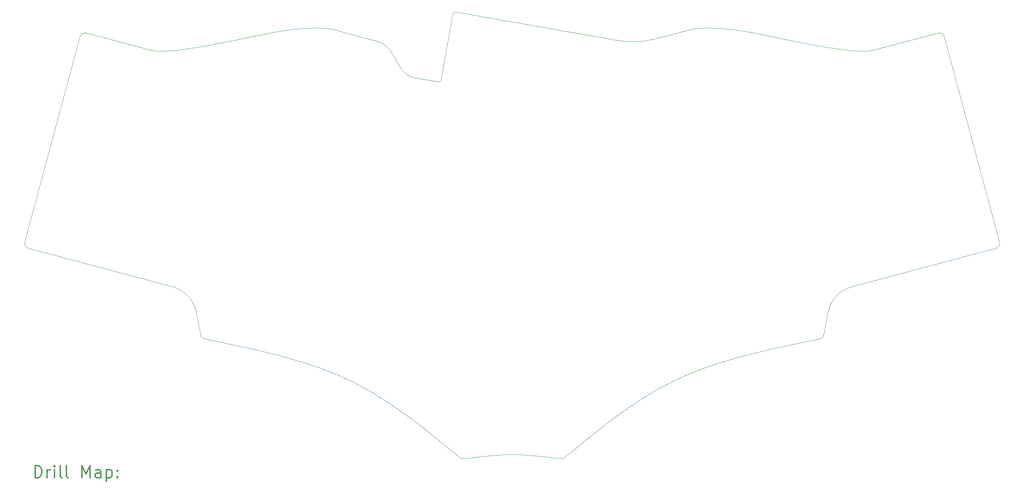
<source format=gbr>
%FSLAX45Y45*%
G04 Gerber Fmt 4.5, Leading zero omitted, Abs format (unit mm)*
G04 Created by KiCad (PCBNEW (5.1.9)-1) date 2021-07-05 22:29:36*
%MOMM*%
%LPD*%
G01*
G04 APERTURE LIST*
%TA.AperFunction,Profile*%
%ADD10C,0.100000*%
%TD*%
%ADD11C,0.200000*%
%ADD12C,0.300000*%
G04 APERTURE END LIST*
D10*
X10020000Y-5442500D02*
X10957500Y-5694000D01*
X18912500Y-5442500D02*
X18236000Y-5624000D01*
X23537500Y-5945000D02*
X25099500Y-5527000D01*
X20999500Y-5624000D02*
X21199555Y-5666006D01*
X21199555Y-5666006D02*
X21388300Y-5704729D01*
X21388300Y-5704729D02*
X21566085Y-5740292D01*
X21566085Y-5740292D02*
X21733264Y-5772816D01*
X21733264Y-5772816D02*
X21890188Y-5802424D01*
X21890188Y-5802424D02*
X22037209Y-5829238D01*
X22037209Y-5829238D02*
X22174680Y-5853379D01*
X22174680Y-5853379D02*
X22302953Y-5874969D01*
X22302953Y-5874969D02*
X22422380Y-5894130D01*
X22422380Y-5894130D02*
X22533312Y-5910985D01*
X22533312Y-5910985D02*
X22636103Y-5925655D01*
X22636103Y-5925655D02*
X22731103Y-5938262D01*
X22731103Y-5938262D02*
X22818666Y-5948928D01*
X22818666Y-5948928D02*
X22899144Y-5957775D01*
X22899144Y-5957775D02*
X22972888Y-5964925D01*
X22972888Y-5964925D02*
X23040250Y-5970500D01*
X23040250Y-5970500D02*
X23101583Y-5974622D01*
X23101583Y-5974622D02*
X23157239Y-5977412D01*
X23157239Y-5977412D02*
X23207570Y-5978994D01*
X23207570Y-5978994D02*
X23252928Y-5979488D01*
X23252928Y-5979488D02*
X23293665Y-5979017D01*
X23293665Y-5979017D02*
X23330133Y-5977703D01*
X23330133Y-5977703D02*
X23362685Y-5975667D01*
X23362685Y-5975667D02*
X23391672Y-5973031D01*
X23391672Y-5973031D02*
X23417447Y-5969918D01*
X23417447Y-5969918D02*
X23440361Y-5966450D01*
X23440361Y-5966450D02*
X23460767Y-5962747D01*
X23460767Y-5962747D02*
X23479017Y-5958933D01*
X23479017Y-5958933D02*
X23495464Y-5955130D01*
X23495464Y-5955130D02*
X23510458Y-5951458D01*
X23510458Y-5951458D02*
X23524353Y-5948041D01*
X23524353Y-5948041D02*
X23537500Y-5945000D01*
X18912500Y-5442500D02*
X18972749Y-5428868D01*
X18972749Y-5428868D02*
X19036474Y-5417792D01*
X19036474Y-5417792D02*
X19103359Y-5409140D01*
X19103359Y-5409140D02*
X19173088Y-5402782D01*
X19173088Y-5402782D02*
X19245346Y-5398587D01*
X19245346Y-5398587D02*
X19319818Y-5396422D01*
X19319818Y-5396422D02*
X19396188Y-5396158D01*
X19396188Y-5396158D02*
X19474141Y-5397664D01*
X19474141Y-5397664D02*
X19553360Y-5400808D01*
X19553360Y-5400808D02*
X19633531Y-5405460D01*
X19633531Y-5405460D02*
X19714339Y-5411487D01*
X19714339Y-5411487D02*
X19795467Y-5418761D01*
X19795467Y-5418761D02*
X19876600Y-5427148D01*
X19876600Y-5427148D02*
X19957423Y-5436519D01*
X19957423Y-5436519D02*
X20037619Y-5446743D01*
X20037619Y-5446743D02*
X20116875Y-5457688D01*
X20116875Y-5457688D02*
X20194874Y-5469223D01*
X20194874Y-5469223D02*
X20271300Y-5481217D01*
X20271300Y-5481217D02*
X20345839Y-5493540D01*
X20345839Y-5493540D02*
X20418174Y-5506060D01*
X20418174Y-5506060D02*
X20487990Y-5518646D01*
X20487990Y-5518646D02*
X20554972Y-5531167D01*
X20554972Y-5531167D02*
X20618805Y-5543493D01*
X20618805Y-5543493D02*
X20679172Y-5555492D01*
X20679172Y-5555492D02*
X20735758Y-5567033D01*
X20735758Y-5567033D02*
X20788248Y-5577986D01*
X20788248Y-5577986D02*
X20836327Y-5588219D01*
X20836327Y-5588219D02*
X20879678Y-5597600D01*
X20879678Y-5597600D02*
X20917986Y-5606001D01*
X20917986Y-5606001D02*
X20950936Y-5613288D01*
X20950936Y-5613288D02*
X20978213Y-5619331D01*
X20978213Y-5619331D02*
X20999500Y-5624000D01*
X7933000Y-5624000D02*
X7732923Y-5666006D01*
X7732923Y-5666006D02*
X7544118Y-5704729D01*
X7544118Y-5704729D02*
X7366236Y-5740292D01*
X7366236Y-5740292D02*
X7198929Y-5772816D01*
X7198929Y-5772816D02*
X7041849Y-5802424D01*
X7041849Y-5802424D02*
X6894648Y-5829238D01*
X6894648Y-5829238D02*
X6756978Y-5853379D01*
X6756978Y-5853379D02*
X6628492Y-5874969D01*
X6628492Y-5874969D02*
X6508841Y-5894130D01*
X6508841Y-5894130D02*
X6397677Y-5910985D01*
X6397677Y-5910985D02*
X6294652Y-5925655D01*
X6294652Y-5925655D02*
X6199419Y-5938262D01*
X6199419Y-5938262D02*
X6111629Y-5948928D01*
X6111629Y-5948928D02*
X6030934Y-5957775D01*
X6030934Y-5957775D02*
X5956986Y-5964925D01*
X5956986Y-5964925D02*
X5889437Y-5970500D01*
X5889437Y-5970500D02*
X5827940Y-5974622D01*
X5827940Y-5974622D02*
X5772146Y-5977412D01*
X5772146Y-5977412D02*
X5721708Y-5978994D01*
X5721708Y-5978994D02*
X5676276Y-5979488D01*
X5676276Y-5979488D02*
X5635504Y-5979017D01*
X5635504Y-5979017D02*
X5599043Y-5977703D01*
X5599043Y-5977703D02*
X5566546Y-5975667D01*
X5566546Y-5975667D02*
X5537664Y-5973031D01*
X5537664Y-5973031D02*
X5512049Y-5969918D01*
X5512049Y-5969918D02*
X5489354Y-5966450D01*
X5489354Y-5966450D02*
X5469230Y-5962747D01*
X5469230Y-5962747D02*
X5451329Y-5958933D01*
X5451329Y-5958933D02*
X5435304Y-5955130D01*
X5435304Y-5955130D02*
X5420806Y-5951458D01*
X5420806Y-5951458D02*
X5407487Y-5948041D01*
X5407487Y-5948041D02*
X5395000Y-5945000D01*
X5395000Y-5945000D02*
X3833000Y-5527000D01*
X10020000Y-5442500D02*
X9959751Y-5428868D01*
X9959751Y-5428868D02*
X9896026Y-5417792D01*
X9896026Y-5417792D02*
X9829141Y-5409140D01*
X9829141Y-5409140D02*
X9759412Y-5402782D01*
X9759412Y-5402782D02*
X9687154Y-5398587D01*
X9687154Y-5398587D02*
X9612682Y-5396422D01*
X9612682Y-5396422D02*
X9536312Y-5396158D01*
X9536312Y-5396158D02*
X9458359Y-5397664D01*
X9458359Y-5397664D02*
X9379140Y-5400808D01*
X9379140Y-5400808D02*
X9298969Y-5405460D01*
X9298969Y-5405460D02*
X9218161Y-5411487D01*
X9218161Y-5411487D02*
X9137033Y-5418761D01*
X9137033Y-5418761D02*
X9055900Y-5427148D01*
X9055900Y-5427148D02*
X8975077Y-5436519D01*
X8975077Y-5436519D02*
X8894881Y-5446743D01*
X8894881Y-5446743D02*
X8815625Y-5457688D01*
X8815625Y-5457688D02*
X8737626Y-5469223D01*
X8737626Y-5469223D02*
X8661200Y-5481217D01*
X8661200Y-5481217D02*
X8586661Y-5493540D01*
X8586661Y-5493540D02*
X8514326Y-5506060D01*
X8514326Y-5506060D02*
X8444510Y-5518646D01*
X8444510Y-5518646D02*
X8377527Y-5531167D01*
X8377527Y-5531167D02*
X8313695Y-5543493D01*
X8313695Y-5543493D02*
X8253328Y-5555492D01*
X8253328Y-5555492D02*
X8196742Y-5567033D01*
X8196742Y-5567033D02*
X8144252Y-5577986D01*
X8144252Y-5577986D02*
X8096173Y-5588219D01*
X8096173Y-5588219D02*
X8052822Y-5597600D01*
X8052822Y-5597600D02*
X8014514Y-5606001D01*
X8014514Y-5606001D02*
X7981564Y-5613288D01*
X7981564Y-5613288D02*
X7954287Y-5619331D01*
X7954287Y-5619331D02*
X7933000Y-5624000D01*
X6678000Y-13091000D02*
X6681750Y-13105824D01*
X6681750Y-13105824D02*
X6686249Y-13118889D01*
X6686249Y-13118889D02*
X6691497Y-13130333D01*
X6691497Y-13130333D02*
X6697492Y-13140297D01*
X6697492Y-13140297D02*
X6704235Y-13148919D01*
X6704235Y-13148919D02*
X6711724Y-13156338D01*
X6711724Y-13156338D02*
X6719958Y-13162694D01*
X6719958Y-13162694D02*
X6728937Y-13168125D01*
X6728937Y-13168125D02*
X6738661Y-13172771D01*
X6738661Y-13172771D02*
X6749128Y-13176771D01*
X6749128Y-13176771D02*
X6760337Y-13180265D01*
X6760337Y-13180265D02*
X6772289Y-13183391D01*
X6772289Y-13183391D02*
X6784982Y-13186288D01*
X6784982Y-13186288D02*
X6798415Y-13189096D01*
X6798415Y-13189096D02*
X6812588Y-13191953D01*
X6812588Y-13191953D02*
X6827500Y-13195000D01*
X3660000Y-5610000D02*
X2278000Y-10755000D01*
X3833000Y-5527000D02*
X3822740Y-5524658D01*
X3822740Y-5524658D02*
X3811580Y-5522938D01*
X3811580Y-5522938D02*
X3799696Y-5521920D01*
X3799696Y-5521920D02*
X3787266Y-5521688D01*
X3787266Y-5521688D02*
X3774466Y-5522322D01*
X3774466Y-5522322D02*
X3761475Y-5523906D01*
X3761475Y-5523906D02*
X3748468Y-5526521D01*
X3748468Y-5526521D02*
X3735625Y-5530250D01*
X3735625Y-5530250D02*
X3723121Y-5535174D01*
X3723121Y-5535174D02*
X3711135Y-5541375D01*
X3711135Y-5541375D02*
X3699842Y-5548936D01*
X3699842Y-5548936D02*
X3689422Y-5557938D01*
X3689422Y-5557938D02*
X3680050Y-5568463D01*
X3680050Y-5568463D02*
X3671904Y-5580594D01*
X3671904Y-5580594D02*
X3665162Y-5594412D01*
X3665162Y-5594412D02*
X3660000Y-5610000D01*
X2278000Y-10755000D02*
X2274653Y-10774156D01*
X2274653Y-10774156D02*
X2273486Y-10791906D01*
X2273486Y-10791906D02*
X2274315Y-10808297D01*
X2274315Y-10808297D02*
X2276953Y-10823375D01*
X2276953Y-10823375D02*
X2281214Y-10837188D01*
X2281214Y-10837188D02*
X2286912Y-10849781D01*
X2286912Y-10849781D02*
X2293861Y-10861203D01*
X2293861Y-10861203D02*
X2301875Y-10871500D01*
X2301875Y-10871500D02*
X2310768Y-10880719D01*
X2310768Y-10880719D02*
X2320354Y-10888906D01*
X2320354Y-10888906D02*
X2330446Y-10896109D01*
X2330446Y-10896109D02*
X2340859Y-10902375D01*
X2340859Y-10902375D02*
X2351407Y-10907750D01*
X2351407Y-10907750D02*
X2361904Y-10912281D01*
X2361904Y-10912281D02*
X2372164Y-10916016D01*
X2372164Y-10916016D02*
X2382000Y-10919000D01*
X26654000Y-10755000D02*
X26657347Y-10774156D01*
X26657347Y-10774156D02*
X26658514Y-10791906D01*
X26658514Y-10791906D02*
X26657685Y-10808297D01*
X26657685Y-10808297D02*
X26655047Y-10823375D01*
X26655047Y-10823375D02*
X26650786Y-10837188D01*
X26650786Y-10837188D02*
X26645088Y-10849781D01*
X26645088Y-10849781D02*
X26638139Y-10861203D01*
X26638139Y-10861203D02*
X26630125Y-10871500D01*
X26630125Y-10871500D02*
X26621232Y-10880719D01*
X26621232Y-10880719D02*
X26611646Y-10888906D01*
X26611646Y-10888906D02*
X26601554Y-10896109D01*
X26601554Y-10896109D02*
X26591141Y-10902375D01*
X26591141Y-10902375D02*
X26580592Y-10907750D01*
X26580592Y-10907750D02*
X26570096Y-10912281D01*
X26570096Y-10912281D02*
X26559836Y-10916016D01*
X26559836Y-10916016D02*
X26550000Y-10919000D01*
X25272000Y-5610000D02*
X26654000Y-10755000D01*
X25099000Y-5527000D02*
X25109259Y-5524658D01*
X25109259Y-5524658D02*
X25120420Y-5522938D01*
X25120420Y-5522938D02*
X25132304Y-5521920D01*
X25132304Y-5521920D02*
X25144734Y-5521688D01*
X25144734Y-5521688D02*
X25157534Y-5522322D01*
X25157534Y-5522322D02*
X25170525Y-5523906D01*
X25170525Y-5523906D02*
X25183531Y-5526521D01*
X25183531Y-5526521D02*
X25196375Y-5530250D01*
X25196375Y-5530250D02*
X25208879Y-5535174D01*
X25208879Y-5535174D02*
X25220865Y-5541375D01*
X25220865Y-5541375D02*
X25232157Y-5548936D01*
X25232157Y-5548936D02*
X25242578Y-5557938D01*
X25242578Y-5557938D02*
X25251950Y-5568463D01*
X25251950Y-5568463D02*
X25260096Y-5580594D01*
X25260096Y-5580594D02*
X25266838Y-5594412D01*
X25266838Y-5594412D02*
X25272000Y-5610000D01*
X13223000Y-16191000D02*
X13336306Y-16178467D01*
X13336306Y-16178467D02*
X13442718Y-16166742D01*
X13442718Y-16166742D02*
X13542696Y-16155826D01*
X13542696Y-16155826D02*
X13636699Y-16145719D01*
X13636699Y-16145719D02*
X13725187Y-16136420D01*
X13725187Y-16136420D02*
X13808620Y-16127930D01*
X13808620Y-16127930D02*
X13887456Y-16120248D01*
X13887456Y-16120248D02*
X13962156Y-16113375D01*
X13962156Y-16113375D02*
X14033180Y-16107310D01*
X14033180Y-16107310D02*
X14100986Y-16102055D01*
X14100986Y-16102055D02*
X14166034Y-16097607D01*
X14166034Y-16097607D02*
X14228785Y-16093969D01*
X14228785Y-16093969D02*
X14289697Y-16091139D01*
X14289697Y-16091139D02*
X14349231Y-16089117D01*
X14349231Y-16089117D02*
X14407845Y-16087904D01*
X14407845Y-16087904D02*
X14466000Y-16087500D01*
X14466000Y-16087500D02*
X14524155Y-16087904D01*
X14524155Y-16087904D02*
X14582769Y-16089117D01*
X14582769Y-16089117D02*
X14642302Y-16091139D01*
X14642302Y-16091139D02*
X14703215Y-16093969D01*
X14703215Y-16093969D02*
X14765965Y-16097607D01*
X14765965Y-16097607D02*
X14831014Y-16102055D01*
X14831014Y-16102055D02*
X14898820Y-16107310D01*
X14898820Y-16107310D02*
X14969844Y-16113375D01*
X14969844Y-16113375D02*
X15044544Y-16120248D01*
X15044544Y-16120248D02*
X15123380Y-16127930D01*
X15123380Y-16127930D02*
X15206813Y-16136420D01*
X15206813Y-16136420D02*
X15295301Y-16145719D01*
X15295301Y-16145719D02*
X15389304Y-16155826D01*
X15389304Y-16155826D02*
X15489282Y-16166742D01*
X15489282Y-16166742D02*
X15595694Y-16178467D01*
X15595694Y-16178467D02*
X15709000Y-16191000D01*
X15709000Y-16191000D02*
X15719326Y-16191298D01*
X15719326Y-16191298D02*
X15729595Y-16189482D01*
X15729595Y-16189482D02*
X15739959Y-16185704D01*
X15739959Y-16185704D02*
X15750572Y-16180119D01*
X15750572Y-16180119D02*
X15761587Y-16172879D01*
X15761587Y-16172879D02*
X15773158Y-16164138D01*
X15773158Y-16164138D02*
X15781256Y-16157553D01*
X15781256Y-16157553D02*
X15789714Y-16150413D01*
X15789714Y-16150413D02*
X15798578Y-16142766D01*
X15798578Y-16142766D02*
X15807893Y-16134655D01*
X15807893Y-16134655D02*
X15817705Y-16126127D01*
X15817705Y-16126127D02*
X15828059Y-16117227D01*
X15828059Y-16117227D02*
X15839000Y-16108000D01*
X6567000Y-12532000D02*
X6559496Y-12497127D01*
X6559496Y-12497127D02*
X6550882Y-12463196D01*
X6550882Y-12463196D02*
X6541189Y-12430203D01*
X6541189Y-12430203D02*
X6530449Y-12398146D01*
X6530449Y-12398146D02*
X6518694Y-12367024D01*
X6518694Y-12367024D02*
X6505955Y-12336832D01*
X6505955Y-12336832D02*
X6492266Y-12307570D01*
X6492266Y-12307570D02*
X6477656Y-12279234D01*
X6477656Y-12279234D02*
X6462159Y-12251823D01*
X6462159Y-12251823D02*
X6445806Y-12225334D01*
X6445806Y-12225334D02*
X6428629Y-12199764D01*
X6428629Y-12199764D02*
X6410660Y-12175111D01*
X6410660Y-12175111D02*
X6391931Y-12151373D01*
X6391931Y-12151373D02*
X6372473Y-12128548D01*
X6372473Y-12128548D02*
X6352319Y-12106633D01*
X6352319Y-12106633D02*
X6331500Y-12085625D01*
X6331500Y-12085625D02*
X6310048Y-12065522D01*
X6310048Y-12065522D02*
X6287996Y-12046323D01*
X6287996Y-12046323D02*
X6265374Y-12028024D01*
X6265374Y-12028024D02*
X6242215Y-12010623D01*
X6242215Y-12010623D02*
X6218550Y-11994118D01*
X6218550Y-11994118D02*
X6194412Y-11978506D01*
X6194412Y-11978506D02*
X6169833Y-11963785D01*
X6169833Y-11963785D02*
X6144844Y-11949953D01*
X6144844Y-11949953D02*
X6119476Y-11937007D01*
X6119476Y-11937007D02*
X6093763Y-11924945D01*
X6093763Y-11924945D02*
X6067736Y-11913764D01*
X6067736Y-11913764D02*
X6041426Y-11903463D01*
X6041426Y-11903463D02*
X6014865Y-11894038D01*
X6014865Y-11894038D02*
X5988086Y-11885487D01*
X5988086Y-11885487D02*
X5961121Y-11877809D01*
X5961121Y-11877809D02*
X5934000Y-11871000D01*
X6567000Y-12532000D02*
X6678000Y-13091000D01*
X22254000Y-13091000D02*
X22250250Y-13105824D01*
X22250250Y-13105824D02*
X22245751Y-13118889D01*
X22245751Y-13118889D02*
X22240503Y-13130333D01*
X22240503Y-13130333D02*
X22234508Y-13140297D01*
X22234508Y-13140297D02*
X22227765Y-13148919D01*
X22227765Y-13148919D02*
X22220276Y-13156338D01*
X22220276Y-13156338D02*
X22212042Y-13162694D01*
X22212042Y-13162694D02*
X22203063Y-13168125D01*
X22203063Y-13168125D02*
X22193339Y-13172771D01*
X22193339Y-13172771D02*
X22182872Y-13176771D01*
X22182872Y-13176771D02*
X22171662Y-13180265D01*
X22171662Y-13180265D02*
X22159711Y-13183391D01*
X22159711Y-13183391D02*
X22147018Y-13186288D01*
X22147018Y-13186288D02*
X22133585Y-13189096D01*
X22133585Y-13189096D02*
X22119412Y-13191953D01*
X22119412Y-13191953D02*
X22104500Y-13195000D01*
X22365000Y-12532000D02*
X22372503Y-12497127D01*
X22372503Y-12497127D02*
X22381118Y-12463196D01*
X22381118Y-12463196D02*
X22390811Y-12430203D01*
X22390811Y-12430203D02*
X22401551Y-12398146D01*
X22401551Y-12398146D02*
X22413306Y-12367024D01*
X22413306Y-12367024D02*
X22426044Y-12336832D01*
X22426044Y-12336832D02*
X22439734Y-12307570D01*
X22439734Y-12307570D02*
X22454344Y-12279234D01*
X22454344Y-12279234D02*
X22469841Y-12251823D01*
X22469841Y-12251823D02*
X22486194Y-12225334D01*
X22486194Y-12225334D02*
X22503371Y-12199764D01*
X22503371Y-12199764D02*
X22521340Y-12175111D01*
X22521340Y-12175111D02*
X22540069Y-12151373D01*
X22540069Y-12151373D02*
X22559527Y-12128548D01*
X22559527Y-12128548D02*
X22579681Y-12106633D01*
X22579681Y-12106633D02*
X22600500Y-12085625D01*
X22600500Y-12085625D02*
X22621952Y-12065522D01*
X22621952Y-12065522D02*
X22644004Y-12046323D01*
X22644004Y-12046323D02*
X22666626Y-12028024D01*
X22666626Y-12028024D02*
X22689785Y-12010623D01*
X22689785Y-12010623D02*
X22713449Y-11994118D01*
X22713449Y-11994118D02*
X22737587Y-11978506D01*
X22737587Y-11978506D02*
X22762167Y-11963785D01*
X22762167Y-11963785D02*
X22787156Y-11949953D01*
X22787156Y-11949953D02*
X22812523Y-11937007D01*
X22812523Y-11937007D02*
X22838237Y-11924945D01*
X22838237Y-11924945D02*
X22864264Y-11913764D01*
X22864264Y-11913764D02*
X22890574Y-11903463D01*
X22890574Y-11903463D02*
X22917134Y-11894038D01*
X22917134Y-11894038D02*
X22943913Y-11885487D01*
X22943913Y-11885487D02*
X22970879Y-11877809D01*
X22970879Y-11877809D02*
X22998000Y-11871000D01*
X22365000Y-12532000D02*
X22254000Y-13091000D01*
X13223000Y-16191000D02*
X13212674Y-16191298D01*
X13212674Y-16191298D02*
X13202405Y-16189482D01*
X13202405Y-16189482D02*
X13192041Y-16185704D01*
X13192041Y-16185704D02*
X13181428Y-16180119D01*
X13181428Y-16180119D02*
X13170412Y-16172879D01*
X13170412Y-16172879D02*
X13158842Y-16164138D01*
X13158842Y-16164138D02*
X13150744Y-16157553D01*
X13150744Y-16157553D02*
X13142286Y-16150413D01*
X13142286Y-16150413D02*
X13133422Y-16142766D01*
X13133422Y-16142766D02*
X13124107Y-16134655D01*
X13124107Y-16134655D02*
X13114295Y-16126127D01*
X13114295Y-16126127D02*
X13103941Y-16117227D01*
X13103941Y-16117227D02*
X13093000Y-16108000D01*
X26550000Y-10919000D02*
X22998000Y-11871000D01*
X22104500Y-13195000D02*
X21811846Y-13255910D01*
X21811846Y-13255910D02*
X21532917Y-13315132D01*
X21532917Y-13315132D02*
X21266966Y-13373030D01*
X21266966Y-13373030D02*
X21013244Y-13429967D01*
X21013244Y-13429967D02*
X20771005Y-13486305D01*
X20771005Y-13486305D02*
X20539500Y-13542407D01*
X20539500Y-13542407D02*
X20317982Y-13598638D01*
X20317982Y-13598638D02*
X20105703Y-13655359D01*
X20105703Y-13655359D02*
X19901916Y-13712935D01*
X19901916Y-13712935D02*
X19705873Y-13771727D01*
X19705873Y-13771727D02*
X19516827Y-13832100D01*
X19516827Y-13832100D02*
X19334029Y-13894416D01*
X19334029Y-13894416D02*
X19156733Y-13959038D01*
X19156733Y-13959038D02*
X18984190Y-14026330D01*
X18984190Y-14026330D02*
X18815653Y-14096655D01*
X18815653Y-14096655D02*
X18650375Y-14170375D01*
X18650375Y-14170375D02*
X18487607Y-14247854D01*
X18487607Y-14247854D02*
X18326603Y-14329455D01*
X18326603Y-14329455D02*
X18166614Y-14415541D01*
X18166614Y-14415541D02*
X18006893Y-14506475D01*
X18006893Y-14506475D02*
X17846692Y-14602620D01*
X17846692Y-14602620D02*
X17685263Y-14704339D01*
X17685263Y-14704339D02*
X17521860Y-14811996D01*
X17521860Y-14811996D02*
X17355734Y-14925953D01*
X17355734Y-14925953D02*
X17186138Y-15046574D01*
X17186138Y-15046574D02*
X17012324Y-15174221D01*
X17012324Y-15174221D02*
X16833545Y-15309259D01*
X16833545Y-15309259D02*
X16649053Y-15452049D01*
X16649053Y-15452049D02*
X16458100Y-15602955D01*
X16458100Y-15602955D02*
X16259938Y-15762340D01*
X16259938Y-15762340D02*
X16053821Y-15930567D01*
X16053821Y-15930567D02*
X15839000Y-16108000D01*
X16993000Y-5687000D02*
X17029934Y-5693582D01*
X17029934Y-5693582D02*
X17066341Y-5699817D01*
X17066341Y-5699817D02*
X17102286Y-5705682D01*
X17102286Y-5705682D02*
X17137834Y-5711158D01*
X17137834Y-5711158D02*
X17173051Y-5716225D01*
X17173051Y-5716225D02*
X17208000Y-5720862D01*
X17208000Y-5720862D02*
X17242748Y-5725049D01*
X17242748Y-5725049D02*
X17277359Y-5728766D01*
X17277359Y-5728766D02*
X17311899Y-5731991D01*
X17311899Y-5731991D02*
X17346431Y-5734706D01*
X17346431Y-5734706D02*
X17381022Y-5736890D01*
X17381022Y-5736890D02*
X17415736Y-5738521D01*
X17415736Y-5738521D02*
X17450639Y-5739581D01*
X17450639Y-5739581D02*
X17485794Y-5740048D01*
X17485794Y-5740048D02*
X17521268Y-5739903D01*
X17521268Y-5739903D02*
X17557125Y-5739125D01*
X17557125Y-5739125D02*
X17593430Y-5737693D01*
X17593430Y-5737693D02*
X17630249Y-5735588D01*
X17630249Y-5735588D02*
X17667646Y-5732789D01*
X17667646Y-5732789D02*
X17705686Y-5729275D01*
X17705686Y-5729275D02*
X17744434Y-5725027D01*
X17744434Y-5725027D02*
X17783955Y-5720024D01*
X17783955Y-5720024D02*
X17824315Y-5714246D01*
X17824315Y-5714246D02*
X17865578Y-5707672D01*
X17865578Y-5707672D02*
X17907809Y-5700282D01*
X17907809Y-5700282D02*
X17951074Y-5692056D01*
X17951074Y-5692056D02*
X17995437Y-5682973D01*
X17995437Y-5682973D02*
X18040963Y-5673014D01*
X18040963Y-5673014D02*
X18087717Y-5662157D01*
X18087717Y-5662157D02*
X18135765Y-5650382D01*
X18135765Y-5650382D02*
X18185171Y-5637670D01*
X18185171Y-5637670D02*
X18236000Y-5624000D01*
X12606000Y-6747000D02*
X12620201Y-6749027D01*
X12620201Y-6749027D02*
X12633017Y-6749507D01*
X12633017Y-6749507D02*
X12644489Y-6748474D01*
X12644489Y-6748474D02*
X12654656Y-6745963D01*
X12654656Y-6745963D02*
X12666250Y-6740375D01*
X12666250Y-6740375D02*
X12675687Y-6732303D01*
X12675687Y-6732303D02*
X12683062Y-6721828D01*
X12683062Y-6721828D02*
X12687297Y-6712445D01*
X12687297Y-6712445D02*
X12690463Y-6701791D01*
X12690463Y-6701791D02*
X12692000Y-6694000D01*
X11575000Y-6233000D02*
X11596531Y-6269569D01*
X11596531Y-6269569D02*
X11617303Y-6303775D01*
X11617303Y-6303775D02*
X11637394Y-6335711D01*
X11637394Y-6335711D02*
X11656881Y-6365469D01*
X11656881Y-6365469D02*
X11675843Y-6393140D01*
X11675843Y-6393140D02*
X11694358Y-6418818D01*
X11694358Y-6418818D02*
X11712504Y-6442595D01*
X11712504Y-6442595D02*
X11730359Y-6464562D01*
X11730359Y-6464562D02*
X11748002Y-6484813D01*
X11748002Y-6484813D02*
X11765511Y-6503439D01*
X11765511Y-6503439D02*
X11782964Y-6520533D01*
X11782964Y-6520533D02*
X11800439Y-6536187D01*
X11800439Y-6536187D02*
X11818015Y-6550494D01*
X11818015Y-6550494D02*
X11835769Y-6563545D01*
X11835769Y-6563545D02*
X11853779Y-6575433D01*
X11853779Y-6575433D02*
X11872125Y-6586250D01*
X11872125Y-6586250D02*
X11890884Y-6596089D01*
X11890884Y-6596089D02*
X11910133Y-6605041D01*
X11910133Y-6605041D02*
X11929953Y-6613199D01*
X11929953Y-6613199D02*
X11950420Y-6620656D01*
X11950420Y-6620656D02*
X11971613Y-6627504D01*
X11971613Y-6627504D02*
X11993610Y-6633834D01*
X11993610Y-6633834D02*
X12016489Y-6639739D01*
X12016489Y-6639739D02*
X12040328Y-6645312D01*
X12040328Y-6645312D02*
X12065206Y-6650645D01*
X12065206Y-6650645D02*
X12091201Y-6655830D01*
X12091201Y-6655830D02*
X12118391Y-6660959D01*
X12118391Y-6660959D02*
X12146853Y-6666125D01*
X12146853Y-6666125D02*
X12176668Y-6671420D01*
X12176668Y-6671420D02*
X12207911Y-6676935D01*
X12207911Y-6676935D02*
X12240663Y-6682765D01*
X12240663Y-6682765D02*
X12275000Y-6689000D01*
X11575000Y-6233000D02*
X11556953Y-6200893D01*
X11556953Y-6200893D02*
X11539869Y-6170345D01*
X11539869Y-6170345D02*
X11523642Y-6141300D01*
X11523642Y-6141300D02*
X11508169Y-6113699D01*
X11508169Y-6113699D02*
X11493345Y-6087486D01*
X11493345Y-6087486D02*
X11479066Y-6062602D01*
X11479066Y-6062602D02*
X11465228Y-6038990D01*
X11465228Y-6038990D02*
X11451726Y-6016594D01*
X11451726Y-6016594D02*
X11438457Y-5995354D01*
X11438457Y-5995354D02*
X11425315Y-5975214D01*
X11425315Y-5975214D02*
X11412198Y-5956117D01*
X11412198Y-5956117D02*
X11398999Y-5938004D01*
X11398999Y-5938004D02*
X11385615Y-5920818D01*
X11385615Y-5920818D02*
X11371943Y-5904502D01*
X11371943Y-5904502D02*
X11357876Y-5888999D01*
X11357876Y-5888999D02*
X11343312Y-5874250D01*
X11343312Y-5874250D02*
X11328146Y-5860198D01*
X11328146Y-5860198D02*
X11312274Y-5846787D01*
X11312274Y-5846787D02*
X11295591Y-5833957D01*
X11295591Y-5833957D02*
X11277993Y-5821652D01*
X11277993Y-5821652D02*
X11259376Y-5809815D01*
X11259376Y-5809815D02*
X11239636Y-5798387D01*
X11239636Y-5798387D02*
X11218667Y-5787312D01*
X11218667Y-5787312D02*
X11196367Y-5776531D01*
X11196367Y-5776531D02*
X11172631Y-5765988D01*
X11172631Y-5765988D02*
X11147354Y-5755624D01*
X11147354Y-5755624D02*
X11120432Y-5745383D01*
X11120432Y-5745383D02*
X11091761Y-5735207D01*
X11091761Y-5735207D02*
X11061236Y-5725038D01*
X11061236Y-5725038D02*
X11028754Y-5714819D01*
X11028754Y-5714819D02*
X10994210Y-5704492D01*
X10994210Y-5704492D02*
X10957500Y-5694000D01*
X2382000Y-10919000D02*
X5934000Y-11871000D01*
X12606000Y-6747000D02*
X12595899Y-6745230D01*
X12595899Y-6745230D02*
X12583807Y-6743111D01*
X12583807Y-6743111D02*
X12571908Y-6741026D01*
X12571908Y-6741026D02*
X12556372Y-6738304D01*
X12556372Y-6738304D02*
X12536715Y-6734859D01*
X12536715Y-6734859D02*
X12525189Y-6732840D01*
X12525189Y-6732840D02*
X12512452Y-6730608D01*
X12512452Y-6730608D02*
X12498441Y-6728153D01*
X12498441Y-6728153D02*
X12483097Y-6725464D01*
X12483097Y-6725464D02*
X12466359Y-6722531D01*
X12466359Y-6722531D02*
X12448167Y-6719343D01*
X12448167Y-6719343D02*
X12428459Y-6715890D01*
X12428459Y-6715890D02*
X12407176Y-6712161D01*
X12407176Y-6712161D02*
X12384256Y-6708144D01*
X12384256Y-6708144D02*
X12359639Y-6703831D01*
X12359639Y-6703831D02*
X12333264Y-6699209D01*
X12333264Y-6699209D02*
X12305072Y-6694269D01*
X12305072Y-6694269D02*
X12275000Y-6689000D01*
X16993000Y-5687000D02*
X16919035Y-5674295D01*
X16919035Y-5674295D02*
X16831523Y-5659180D01*
X16831523Y-5659180D02*
X16731505Y-5641838D01*
X16731505Y-5641838D02*
X16620025Y-5622455D01*
X16620025Y-5622455D02*
X16498125Y-5601215D01*
X16498125Y-5601215D02*
X16366847Y-5578303D01*
X16366847Y-5578303D02*
X16227234Y-5553905D01*
X16227234Y-5553905D02*
X16080328Y-5528203D01*
X16080328Y-5528203D02*
X15927171Y-5501384D01*
X15927171Y-5501384D02*
X15768807Y-5473632D01*
X15768807Y-5473632D02*
X15606276Y-5445132D01*
X15606276Y-5445132D02*
X15440623Y-5416068D01*
X15440623Y-5416068D02*
X15272889Y-5386626D01*
X15272889Y-5386626D02*
X15104116Y-5356990D01*
X15104116Y-5356990D02*
X14935347Y-5327345D01*
X14935347Y-5327345D02*
X14767625Y-5297875D01*
X14767625Y-5297875D02*
X14601992Y-5268766D01*
X14601992Y-5268766D02*
X14439489Y-5240201D01*
X14439489Y-5240201D02*
X14281161Y-5212367D01*
X14281161Y-5212367D02*
X14128049Y-5185447D01*
X14128049Y-5185447D02*
X13981195Y-5159627D01*
X13981195Y-5159627D02*
X13841642Y-5135091D01*
X13841642Y-5135091D02*
X13710433Y-5112023D01*
X13710433Y-5112023D02*
X13588609Y-5090609D01*
X13588609Y-5090609D02*
X13477214Y-5071034D01*
X13477214Y-5071034D02*
X13377289Y-5053482D01*
X13377289Y-5053482D02*
X13289878Y-5038137D01*
X13289878Y-5038137D02*
X13216021Y-5025186D01*
X13216021Y-5025186D02*
X13156763Y-5014811D01*
X13156763Y-5014811D02*
X13113145Y-5007199D01*
X13113145Y-5007199D02*
X13086210Y-5002534D01*
X13086210Y-5002534D02*
X13077000Y-5001000D01*
X6827500Y-13195000D02*
X7120154Y-13255910D01*
X7120154Y-13255910D02*
X7399083Y-13315132D01*
X7399083Y-13315132D02*
X7665034Y-13373030D01*
X7665034Y-13373030D02*
X7918756Y-13429967D01*
X7918756Y-13429967D02*
X8160995Y-13486305D01*
X8160995Y-13486305D02*
X8392500Y-13542407D01*
X8392500Y-13542407D02*
X8614018Y-13598638D01*
X8614018Y-13598638D02*
X8826297Y-13655359D01*
X8826297Y-13655359D02*
X9030084Y-13712935D01*
X9030084Y-13712935D02*
X9226127Y-13771727D01*
X9226127Y-13771727D02*
X9415173Y-13832100D01*
X9415173Y-13832100D02*
X9597971Y-13894416D01*
X9597971Y-13894416D02*
X9775267Y-13959038D01*
X9775267Y-13959038D02*
X9947810Y-14026330D01*
X9947810Y-14026330D02*
X10116347Y-14096655D01*
X10116347Y-14096655D02*
X10281625Y-14170375D01*
X10281625Y-14170375D02*
X10444393Y-14247854D01*
X10444393Y-14247854D02*
X10605397Y-14329455D01*
X10605397Y-14329455D02*
X10765386Y-14415541D01*
X10765386Y-14415541D02*
X10925107Y-14506475D01*
X10925107Y-14506475D02*
X11085308Y-14602620D01*
X11085308Y-14602620D02*
X11246736Y-14704339D01*
X11246736Y-14704339D02*
X11410140Y-14811996D01*
X11410140Y-14811996D02*
X11576266Y-14925953D01*
X11576266Y-14925953D02*
X11745862Y-15046574D01*
X11745862Y-15046574D02*
X11919675Y-15174221D01*
X11919675Y-15174221D02*
X12098455Y-15309259D01*
X12098455Y-15309259D02*
X12282947Y-15452049D01*
X12282947Y-15452049D02*
X12473900Y-15602955D01*
X12473900Y-15602955D02*
X12672062Y-15762340D01*
X12672062Y-15762340D02*
X12878179Y-15930567D01*
X12878179Y-15930567D02*
X13093000Y-16108000D01*
X12980000Y-5050000D02*
X12953835Y-5199359D01*
X12953835Y-5199359D02*
X12929305Y-5339386D01*
X12929305Y-5339386D02*
X12906356Y-5470382D01*
X12906356Y-5470382D02*
X12884937Y-5592648D01*
X12884937Y-5592648D02*
X12864995Y-5706486D01*
X12864995Y-5706486D02*
X12846476Y-5812196D01*
X12846476Y-5812196D02*
X12829329Y-5910080D01*
X12829329Y-5910080D02*
X12813500Y-6000437D01*
X12813500Y-6000437D02*
X12798936Y-6083571D01*
X12798936Y-6083571D02*
X12785586Y-6159780D01*
X12785586Y-6159780D02*
X12773395Y-6229367D01*
X12773395Y-6229367D02*
X12762312Y-6292633D01*
X12762312Y-6292633D02*
X12752284Y-6349878D01*
X12752284Y-6349878D02*
X12743258Y-6401403D01*
X12743258Y-6401403D02*
X12735181Y-6447510D01*
X12735181Y-6447510D02*
X12728000Y-6488500D01*
X12728000Y-6488500D02*
X12721663Y-6524673D01*
X12721663Y-6524673D02*
X12716117Y-6556331D01*
X12716117Y-6556331D02*
X12711309Y-6583774D01*
X12711309Y-6583774D02*
X12707187Y-6607305D01*
X12707187Y-6607305D02*
X12703698Y-6627222D01*
X12703698Y-6627222D02*
X12700789Y-6643829D01*
X12700789Y-6643829D02*
X12698407Y-6657425D01*
X12698407Y-6657425D02*
X12696500Y-6668312D01*
X12696500Y-6668312D02*
X12693898Y-6683163D01*
X12693898Y-6683163D02*
X12692070Y-6693599D01*
X12692070Y-6693599D02*
X12692000Y-6694000D01*
X13077000Y-5001000D02*
X13066757Y-4999631D01*
X13066757Y-4999631D02*
X13055908Y-4999009D01*
X13055908Y-4999009D02*
X13044747Y-4999304D01*
X13044747Y-4999304D02*
X13033564Y-5000684D01*
X13033564Y-5000684D02*
X13022652Y-5003315D01*
X13022652Y-5003315D02*
X13012301Y-5007368D01*
X13012301Y-5007368D02*
X13002805Y-5013009D01*
X13002805Y-5013009D02*
X12994453Y-5020406D01*
X12994453Y-5020406D02*
X12987539Y-5029729D01*
X12987539Y-5029729D02*
X12982353Y-5041144D01*
X12982353Y-5041144D02*
X12980000Y-5050000D01*
D11*
D12*
X2535428Y-16666714D02*
X2535428Y-16366714D01*
X2606857Y-16366714D01*
X2649714Y-16381000D01*
X2678286Y-16409571D01*
X2692571Y-16438143D01*
X2706857Y-16495286D01*
X2706857Y-16538143D01*
X2692571Y-16595286D01*
X2678286Y-16623857D01*
X2649714Y-16652429D01*
X2606857Y-16666714D01*
X2535428Y-16666714D01*
X2835428Y-16666714D02*
X2835428Y-16466714D01*
X2835428Y-16523857D02*
X2849714Y-16495286D01*
X2864000Y-16481000D01*
X2892571Y-16466714D01*
X2921143Y-16466714D01*
X3021143Y-16666714D02*
X3021143Y-16466714D01*
X3021143Y-16366714D02*
X3006857Y-16381000D01*
X3021143Y-16395286D01*
X3035428Y-16381000D01*
X3021143Y-16366714D01*
X3021143Y-16395286D01*
X3206857Y-16666714D02*
X3178286Y-16652429D01*
X3164000Y-16623857D01*
X3164000Y-16366714D01*
X3364000Y-16666714D02*
X3335428Y-16652429D01*
X3321143Y-16623857D01*
X3321143Y-16366714D01*
X3706857Y-16666714D02*
X3706857Y-16366714D01*
X3806857Y-16581000D01*
X3906857Y-16366714D01*
X3906857Y-16666714D01*
X4178286Y-16666714D02*
X4178286Y-16509571D01*
X4164000Y-16481000D01*
X4135428Y-16466714D01*
X4078286Y-16466714D01*
X4049714Y-16481000D01*
X4178286Y-16652429D02*
X4149714Y-16666714D01*
X4078286Y-16666714D01*
X4049714Y-16652429D01*
X4035428Y-16623857D01*
X4035428Y-16595286D01*
X4049714Y-16566714D01*
X4078286Y-16552429D01*
X4149714Y-16552429D01*
X4178286Y-16538143D01*
X4321143Y-16466714D02*
X4321143Y-16766714D01*
X4321143Y-16481000D02*
X4349714Y-16466714D01*
X4406857Y-16466714D01*
X4435428Y-16481000D01*
X4449714Y-16495286D01*
X4464000Y-16523857D01*
X4464000Y-16609571D01*
X4449714Y-16638143D01*
X4435428Y-16652429D01*
X4406857Y-16666714D01*
X4349714Y-16666714D01*
X4321143Y-16652429D01*
X4592571Y-16638143D02*
X4606857Y-16652429D01*
X4592571Y-16666714D01*
X4578286Y-16652429D01*
X4592571Y-16638143D01*
X4592571Y-16666714D01*
X4592571Y-16481000D02*
X4606857Y-16495286D01*
X4592571Y-16509571D01*
X4578286Y-16495286D01*
X4592571Y-16481000D01*
X4592571Y-16509571D01*
M02*

</source>
